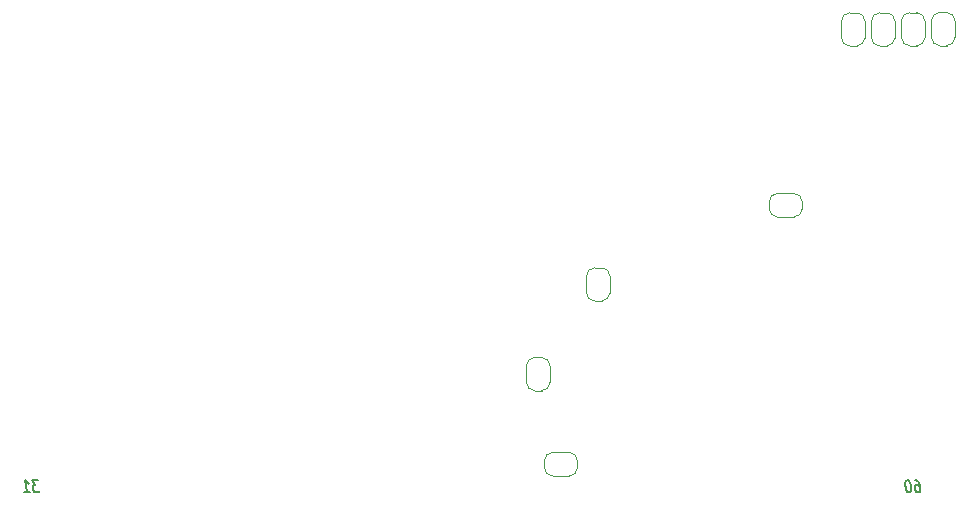
<source format=gbr>
%TF.GenerationSoftware,KiCad,Pcbnew,9.0.0*%
%TF.CreationDate,2025-05-09T14:52:43+01:00*%
%TF.ProjectId,v0b,7630622e-6b69-4636-9164-5f7063625858,rev?*%
%TF.SameCoordinates,Original*%
%TF.FileFunction,Legend,Bot*%
%TF.FilePolarity,Positive*%
%FSLAX46Y46*%
G04 Gerber Fmt 4.6, Leading zero omitted, Abs format (unit mm)*
G04 Created by KiCad (PCBNEW 9.0.0) date 2025-05-09 14:52:43*
%MOMM*%
%LPD*%
G01*
G04 APERTURE LIST*
%ADD10C,0.150000*%
%ADD11C,0.120000*%
G04 APERTURE END LIST*
D10*
X113150476Y-80734819D02*
X113302857Y-80734819D01*
X113302857Y-80734819D02*
X113384999Y-80782438D01*
X113384999Y-80782438D02*
X113429047Y-80830057D01*
X113429047Y-80830057D02*
X113523095Y-80972914D01*
X113523095Y-80972914D02*
X113584999Y-81163390D01*
X113584999Y-81163390D02*
X113632618Y-81544342D01*
X113632618Y-81544342D02*
X113606428Y-81639580D01*
X113606428Y-81639580D02*
X113574285Y-81687200D01*
X113574285Y-81687200D02*
X113504047Y-81734819D01*
X113504047Y-81734819D02*
X113351666Y-81734819D01*
X113351666Y-81734819D02*
X113269523Y-81687200D01*
X113269523Y-81687200D02*
X113225476Y-81639580D01*
X113225476Y-81639580D02*
X113175476Y-81544342D01*
X113175476Y-81544342D02*
X113145714Y-81306247D01*
X113145714Y-81306247D02*
X113171904Y-81211009D01*
X113171904Y-81211009D02*
X113204047Y-81163390D01*
X113204047Y-81163390D02*
X113274285Y-81115771D01*
X113274285Y-81115771D02*
X113426666Y-81115771D01*
X113426666Y-81115771D02*
X113508809Y-81163390D01*
X113508809Y-81163390D02*
X113552857Y-81211009D01*
X113552857Y-81211009D02*
X113602857Y-81306247D01*
X112579047Y-80734819D02*
X112502856Y-80734819D01*
X112502856Y-80734819D02*
X112432618Y-80782438D01*
X112432618Y-80782438D02*
X112400475Y-80830057D01*
X112400475Y-80830057D02*
X112374285Y-80925295D01*
X112374285Y-80925295D02*
X112359999Y-81115771D01*
X112359999Y-81115771D02*
X112389761Y-81353866D01*
X112389761Y-81353866D02*
X112451666Y-81544342D01*
X112451666Y-81544342D02*
X112501666Y-81639580D01*
X112501666Y-81639580D02*
X112545713Y-81687200D01*
X112545713Y-81687200D02*
X112627856Y-81734819D01*
X112627856Y-81734819D02*
X112704047Y-81734819D01*
X112704047Y-81734819D02*
X112774285Y-81687200D01*
X112774285Y-81687200D02*
X112806428Y-81639580D01*
X112806428Y-81639580D02*
X112832618Y-81544342D01*
X112832618Y-81544342D02*
X112846904Y-81353866D01*
X112846904Y-81353866D02*
X112817142Y-81115771D01*
X112817142Y-81115771D02*
X112755237Y-80925295D01*
X112755237Y-80925295D02*
X112705237Y-80830057D01*
X112705237Y-80830057D02*
X112661190Y-80782438D01*
X112661190Y-80782438D02*
X112579047Y-80734819D01*
X38893523Y-80734819D02*
X38398285Y-80734819D01*
X38398285Y-80734819D02*
X38712571Y-81115771D01*
X38712571Y-81115771D02*
X38598285Y-81115771D01*
X38598285Y-81115771D02*
X38528047Y-81163390D01*
X38528047Y-81163390D02*
X38495904Y-81211009D01*
X38495904Y-81211009D02*
X38469714Y-81306247D01*
X38469714Y-81306247D02*
X38499476Y-81544342D01*
X38499476Y-81544342D02*
X38549476Y-81639580D01*
X38549476Y-81639580D02*
X38593523Y-81687200D01*
X38593523Y-81687200D02*
X38675666Y-81734819D01*
X38675666Y-81734819D02*
X38904237Y-81734819D01*
X38904237Y-81734819D02*
X38974476Y-81687200D01*
X38974476Y-81687200D02*
X39006618Y-81639580D01*
X37761380Y-81734819D02*
X38218523Y-81734819D01*
X37989952Y-81734819D02*
X37864952Y-80734819D01*
X37864952Y-80734819D02*
X37958999Y-80877676D01*
X37958999Y-80877676D02*
X38047094Y-80972914D01*
X38047094Y-80972914D02*
X38129237Y-81020533D01*
D11*
%TO.C,JP3*%
X109490000Y-41860000D02*
X109490000Y-43260000D01*
X110190000Y-43960000D02*
X110790000Y-43960000D01*
X110790000Y-41160000D02*
X110190000Y-41160000D01*
X111490000Y-43260000D02*
X111490000Y-41860000D01*
X109490000Y-41860000D02*
G75*
G02*
X110190000Y-41160000I700000J0D01*
G01*
X110190000Y-43960000D02*
G75*
G02*
X109490000Y-43260000I-1J699999D01*
G01*
X110790000Y-41160000D02*
G75*
G02*
X111490000Y-41860000I0J-700000D01*
G01*
X111490000Y-43260000D02*
G75*
G02*
X110790000Y-43960000I-699999J-1D01*
G01*
%TO.C,JP1*%
X114570000Y-41830000D02*
X114570000Y-43230000D01*
X115270000Y-43930000D02*
X115870000Y-43930000D01*
X115870000Y-41130000D02*
X115270000Y-41130000D01*
X116570000Y-43230000D02*
X116570000Y-41830000D01*
X114570000Y-41830000D02*
G75*
G02*
X115270000Y-41130000I700000J0D01*
G01*
X115270000Y-43930000D02*
G75*
G02*
X114570000Y-43230000I-1J699999D01*
G01*
X115870000Y-41130000D02*
G75*
G02*
X116570000Y-41830000I0J-700000D01*
G01*
X116570000Y-43230000D02*
G75*
G02*
X115870000Y-43930000I-699999J-1D01*
G01*
%TO.C,JP8*%
X81800000Y-79075000D02*
X81800000Y-79675000D01*
X82500000Y-80375000D02*
X83900000Y-80375000D01*
X83900000Y-78375000D02*
X82500000Y-78375000D01*
X84600000Y-79675000D02*
X84600000Y-79075000D01*
X81800000Y-79075000D02*
G75*
G02*
X82500000Y-78375000I699999J1D01*
G01*
X82500000Y-80375000D02*
G75*
G02*
X81800000Y-79675000I-1J699999D01*
G01*
X83900000Y-78375000D02*
G75*
G02*
X84600000Y-79075000I0J-700000D01*
G01*
X84600000Y-79675000D02*
G75*
G02*
X83900000Y-80375000I-700000J0D01*
G01*
%TO.C,JP6*%
X80280000Y-71040000D02*
X80280000Y-72440000D01*
X80980000Y-73140000D02*
X81580000Y-73140000D01*
X81580000Y-70340000D02*
X80980000Y-70340000D01*
X82280000Y-72440000D02*
X82280000Y-71040000D01*
X80280000Y-71040000D02*
G75*
G02*
X80980000Y-70340000I699999J1D01*
G01*
X80980000Y-73140000D02*
G75*
G02*
X80280000Y-72440000I0J700000D01*
G01*
X81580000Y-70340000D02*
G75*
G02*
X82280000Y-71040000I1J-699999D01*
G01*
X82280000Y-72440000D02*
G75*
G02*
X81580000Y-73140000I-700000J0D01*
G01*
%TO.C,JP2*%
X112030000Y-41845000D02*
X112030000Y-43245000D01*
X112730000Y-43945000D02*
X113330000Y-43945000D01*
X113330000Y-41145000D02*
X112730000Y-41145000D01*
X114030000Y-43245000D02*
X114030000Y-41845000D01*
X112030000Y-41845000D02*
G75*
G02*
X112730000Y-41145000I700000J0D01*
G01*
X112730000Y-43945000D02*
G75*
G02*
X112030000Y-43245000I-1J699999D01*
G01*
X113330000Y-41145000D02*
G75*
G02*
X114030000Y-41845000I0J-700000D01*
G01*
X114030000Y-43245000D02*
G75*
G02*
X113330000Y-43945000I-699999J-1D01*
G01*
%TO.C,JP4*%
X106950000Y-41860000D02*
X106950000Y-43260000D01*
X107650000Y-43960000D02*
X108250000Y-43960000D01*
X108250000Y-41160000D02*
X107650000Y-41160000D01*
X108950000Y-43260000D02*
X108950000Y-41860000D01*
X106950000Y-41860000D02*
G75*
G02*
X107650000Y-41160000I700000J0D01*
G01*
X107650000Y-43960000D02*
G75*
G02*
X106950000Y-43260000I-1J699999D01*
G01*
X108250000Y-41160000D02*
G75*
G02*
X108950000Y-41860000I0J-700000D01*
G01*
X108950000Y-43260000D02*
G75*
G02*
X108250000Y-43960000I-699999J-1D01*
G01*
%TO.C,JP7*%
X100835000Y-57144400D02*
X100835000Y-57744400D01*
X101535000Y-58444400D02*
X102935000Y-58444400D01*
X102935000Y-56444400D02*
X101535000Y-56444400D01*
X103635000Y-57744400D02*
X103635000Y-57144400D01*
X100835000Y-57144400D02*
G75*
G02*
X101535000Y-56444400I699999J1D01*
G01*
X101535000Y-58444400D02*
G75*
G02*
X100835000Y-57744400I-1J699999D01*
G01*
X102935000Y-56444400D02*
G75*
G02*
X103635000Y-57144400I0J-700000D01*
G01*
X103635000Y-57744400D02*
G75*
G02*
X102935000Y-58444400I-700000J0D01*
G01*
%TO.C,JP5*%
X85360000Y-63450000D02*
X85360000Y-64850000D01*
X86060000Y-65550000D02*
X86660000Y-65550000D01*
X86660000Y-62750000D02*
X86060000Y-62750000D01*
X87360000Y-64850000D02*
X87360000Y-63450000D01*
X85360000Y-63450000D02*
G75*
G02*
X86060000Y-62750000I700000J0D01*
G01*
X86060000Y-65550000D02*
G75*
G02*
X85360000Y-64850000I-1J699999D01*
G01*
X86660000Y-62750000D02*
G75*
G02*
X87360000Y-63450000I0J-700000D01*
G01*
X87360000Y-64850000D02*
G75*
G02*
X86660000Y-65550000I-699999J-1D01*
G01*
%TD*%
M02*

</source>
